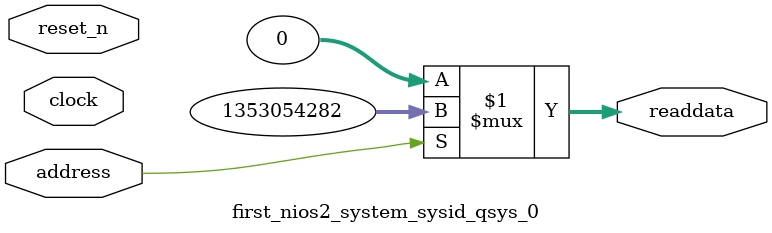
<source format=v>

`timescale 1ns / 1ps
// synthesis translate_on

// turn off superfluous verilog processor warnings 
// altera message_level Level1 
// altera message_off 10034 10035 10036 10037 10230 10240 10030 

module first_nios2_system_sysid_qsys_0 (
               // inputs:
                address,
                clock,
                reset_n,

               // outputs:
                readdata
             )
;

  output  [ 31: 0] readdata;
  input            address;
  input            clock;
  input            reset_n;

  wire    [ 31: 0] readdata;
  //control_slave, which is an e_avalon_slave
  assign readdata = address ? 1353054282 : 0;

endmodule




</source>
